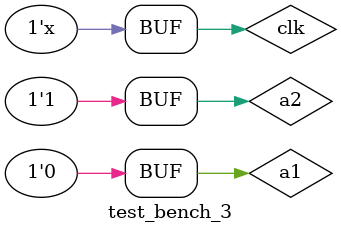
<source format=v>
`timescale 1ns/1ns

module test_bench_3;

    reg a1 = 1'b0; 
    reg a2 = 1'b1; 
    reg clk = 1'b0; 
    wire [4:0] counter; 
    wire b1; 




    // Instantiate the module
    test_3 uut (
        .a1(a1),
        .a2(a2),
        .clk(clk), 
        .counter(counter),
        .b1(b1)
    );

    // initial begin
    //     #1 force a1 = 1'b1;  // Force a1 to 1 after 10 time units
    //     #1 force counter = 1'b0; 
    //     #1 force b1 = 1'b0; 
    // end

    // Your clock generation logic (for simulation purposes)
    always begin

        #1 clk = ~clk;  // Invert the clock every 1 time units
    end





    // Your stimulus and test   ing logic here

endmodule
</source>
